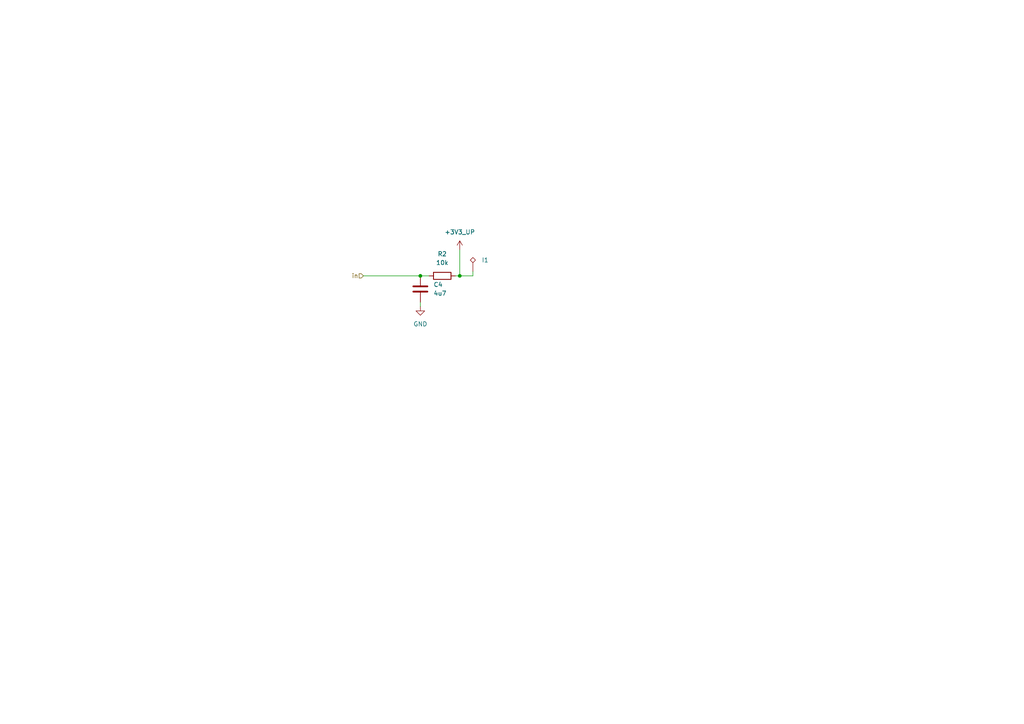
<source format=kicad_sch>
(kicad_sch (version 20250114) (generator "eeschema") (generator_version "9.0")
  (paper "A4")
  (lib_symbols
    (symbol "Connector:TestPoint_Alt" (pin_numbers (hide yes)) (pin_names (offset 0.762) (hide yes))
      (property "Reference" "TP" (at 0 6.858 0))
      (property "Value" "TestPoint_Alt" (at 0 5.08 0))
      (symbol "TestPoint_Alt_0_1"
        (polyline (pts (xy 0 2.54) (xy -0.762 3.302) (xy 0 4.064) (xy 0.762 3.302) (xy 0 2.54)))
      )
      (symbol "TestPoint_Alt_1_1"
        (pin passive line (at 0 0 90) (length 2.54) (name "1") (number "1"))
      )
    )
    (symbol "Device:C" (pin_numbers (hide yes)) (pin_names (offset 0.254))
      (property "Reference" "C" (at 0.635 2.54 0))
      (property "Value" "C" (at 0.635 -2.54 0))
      (symbol "C_0_1"
        (polyline (pts (xy -2.032 0.762) (xy 2.032 0.762)) (stroke (width 0.508)))
        (polyline (pts (xy -2.032 -0.762) (xy 2.032 -0.762)) (stroke (width 0.508)))
      )
      (symbol "C_1_1"
        (pin passive line (at 0 3.81 270) (length 2.794) (name "~") (number "1"))
        (pin passive line (at 0 -3.81 90) (length 2.794) (name "~") (number "2"))
      )
    )
    (symbol "Device:R" (pin_numbers (hide yes)) (pin_names (offset 0))
      (property "Reference" "R" (at 2.032 0 90))
      (property "Value" "R" (at 0 0 90))
      (symbol "R_0_1"
        (rectangle (start -1.016 -2.54) (end 1.016 2.54) (stroke (width 0.254)))
      )
      (symbol "R_1_1"
        (pin passive line (at 0 3.81 270) (length 1.27) (name "~") (number "1"))
        (pin passive line (at 0 -3.81 90) (length 1.27) (name "~") (number "2"))
      )
    )
    (symbol "power:+3V3" (power) (pin_numbers (hide yes)) (pin_names (offset 0) (hide yes))
      (property "Value" "+3V3" (at 0 3.556 0))
      (symbol "+3V3_0_1"
        (polyline (pts (xy -0.762 1.27) (xy 0 2.54)))
        (polyline (pts (xy 0 2.54) (xy 0.762 1.27)))
        (polyline (pts (xy 0 0) (xy 0 2.54)))
      )
      (symbol "+3V3_1_1"
        (pin power_in line (at 0 0 90) (length 0) (name "~") (number "1"))
      )
    )
    (symbol "power:GND" (power) (pin_numbers (hide yes)) (pin_names (offset 0) (hide yes))
      (property "Value" "GND" (at 0 -3.81 0))
      (symbol "GND_0_1"
        (polyline (pts (xy 0 0) (xy 0 -1.27) (xy 1.27 -1.27) (xy 0 -2.54) (xy -1.27 -1.27) (xy 0 -1.27)))
      )
      (symbol "GND_1_1"
        (pin power_in line (at 0 0 270) (length 0) (name "~") (number "1"))
      )
    )
  )
  (junction (at 133.35 80.01))
  (junction (at 121.92 80.01))
  (wire (pts (xy 133.35 72.39) (xy 133.35 80.01)))
  (wire (pts (xy 132.08 80.01) (xy 133.35 80.01)))
  (wire (pts (xy 137.16 78.74) (xy 137.16 80.01)))
  (wire (pts (xy 121.92 80.01) (xy 124.46 80.01)))
  (wire (pts (xy 133.35 80.01) (xy 137.16 80.01)))
  (wire (pts (xy 121.92 87.63) (xy 121.92 88.9)))
  (wire (pts (xy 105.41 80.01) (xy 121.92 80.01)))
  (hierarchical_label "in" (shape input) (at 105.41 80.01 180))
  (symbol (lib_id "power:GND") (at 121.92 88.9 0) (unit 1)
    (property "Reference" "#PWR06" (effects (hide yes)))
    (property "Value" "GND" (at 121.92 93.98 0))
    (property "Description" "Power symbol creates a global label with name \"GND\" , ground" (effects (hide yes)))
    (instances (project "esp_base" (path "" (reference "#PWR06") (unit 1)) (path "" (reference "#PWR021") (unit 1)) (path "" (reference "#PWR023") (unit 1)) (path "" (reference "#PWR033") (unit 1)) (path "" (reference "#PWR029") (unit 1)) (path "" (reference "#PWR015") (unit 1)) (path "" (reference "#PWR025") (unit 1)) (path "" (reference "#PWR019") (unit 1)) (path "" (reference "#PWR013") (unit 1)) (path "" (reference "#PWR017") (unit 1)) (path "" (reference "#PWR027") (unit 1)) (path "" (reference "#PWR031") (unit 1))))
  )
  (symbol (lib_id "Device:C") (at 121.92 83.82 0) (unit 1)
    (property "Reference" "C4" (at 125.73 82.5499 0) (effects (justify left)))
    (property "Value" "4u7" (at 125.73 85.0899 0) (effects (justify left)))
    (property "Footprint" "Capacitor_SMD:C_0805_2012Metric" (effects (hide yes)))
    (property "Description" "Unpolarized capacitor" (effects (hide yes)))
    (instances (project "esp_base" (path "" (reference "C4") (unit 1)) (path "" (reference "C12") (unit 1)) (path "" (reference "C13") (unit 1)) (path "" (reference "C18") (unit 1)) (path "" (reference "C16") (unit 1)) (path "" (reference "C9") (unit 1)) (path "" (reference "C14") (unit 1)) (path "" (reference "C11") (unit 1)) (path "" (reference "C8") (unit 1)) (path "" (reference "C10") (unit 1)) (path "" (reference "C15") (unit 1)) (path "" (reference "C17") (unit 1))))
  )
  (symbol (lib_id "Connector:TestPoint_Alt") (at 137.16 78.74 0) (unit 1)
    (property "Reference" "I1" (at 139.7 75.4379 0) (effects (justify left)))
    (property "Value" "TestPoint_Alt" (effects (hide yes)))
    (property "Footprint" "TestPoint:TestPoint_Pad_2.0x2.0mm" (effects (hide yes)))
    (property "Description" "test point (alternative shape)" (effects (hide yes)))
    (instances (project "" (path "" (reference "I1") (unit 1)) (path "" (reference "I6") (unit 1)) (path "" (reference "I7") (unit 1)) (path "" (reference "I12") (unit 1)) (path "" (reference "I10") (unit 1)) (path "" (reference "I3") (unit 1)) (path "" (reference "I8") (unit 1)) (path "" (reference "I5") (unit 1)) (path "" (reference "I2") (unit 1)) (path "" (reference "I4") (unit 1)) (path "" (reference "I9") (unit 1)) (path "" (reference "I11") (unit 1))))
  )
  (symbol (lib_id "Device:R") (at 128.27 80.01 90) (unit 1)
    (property "Reference" "R2" (at 128.27 73.66 90))
    (property "Value" "10k" (at 128.27 76.2 90))
    (property "Footprint" "Resistor_SMD:R_0805_2012Metric" (effects (hide yes)))
    (property "Description" "Resistor" (effects (hide yes)))
    (instances (project "esp_base" (path "" (reference "R2") (unit 1)) (path "" (reference "R8") (unit 1)) (path "" (reference "R9") (unit 1)) (path "" (reference "R14") (unit 1)) (path "" (reference "R12") (unit 1)) (path "" (reference "R5") (unit 1)) (path "" (reference "R10") (unit 1)) (path "" (reference "R7") (unit 1)) (path "" (reference "R4") (unit 1)) (path "" (reference "R6") (unit 1)) (path "" (reference "R11") (unit 1)) (path "" (reference "R13") (unit 1))))
  )
  (symbol (lib_id "power:+3V3") (at 133.35 72.39 0) (unit 1)
    (property "Reference" "#PWR09" (effects (hide yes)))
    (property "Value" "+3V3_UP" (at 133.35 67.31 0))
    (property "Description" "Power symbol creates a global label with name \"+3V3\"" (effects (hide yes)))
    (instances (project "esp_base" (path "" (reference "#PWR09") (unit 1)) (path "" (reference "#PWR022") (unit 1)) (path "" (reference "#PWR024") (unit 1)) (path "" (reference "#PWR038") (unit 1)) (path "" (reference "#PWR030") (unit 1)) (path "" (reference "#PWR016") (unit 1)) (path "" (reference "#PWR026") (unit 1)) (path "" (reference "#PWR020") (unit 1)) (path "" (reference "#PWR014") (unit 1)) (path "" (reference "#PWR018") (unit 1)) (path "" (reference "#PWR028") (unit 1)) (path "" (reference "#PWR032") (unit 1))))
  )
)
</source>
